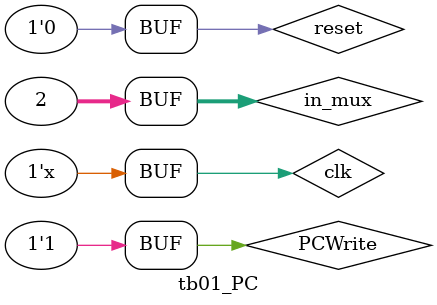
<source format=v>
`timescale 1ns / 1ps

module tb01_PC(
    );
    reg clk;
    reg reset;
    reg [31:0] in_mux;
    reg PCWrite;
    wire [31:0] out_pc;
    
    PC uut(
        clk,reset,in_mux,PCWrite,
        out_pc
        );
    
    initial begin
        clk = 0;
        reset = 0;
        in_mux = 0;
        PCWrite = 0;
        
        #100 reset = 1;
        #100 PCWrite = 1;
        #100 in_mux = 1;
        #100 reset = 0;
        #100 in_mux = 2;
        
    end
    
    always #1 clk = ~clk;
endmodule

</source>
